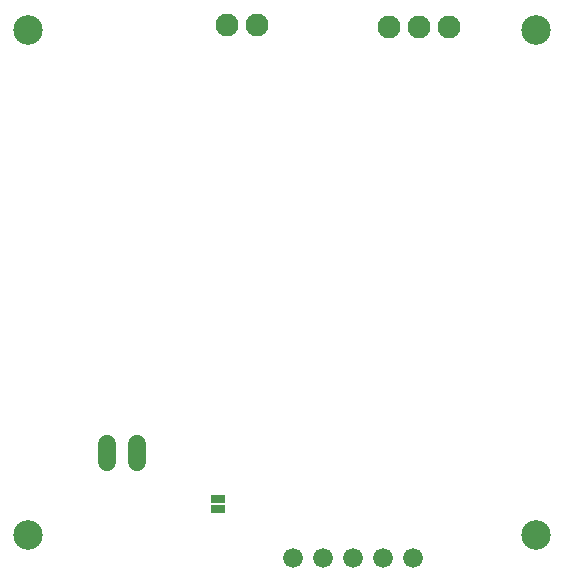
<source format=gbr>
G04 EAGLE Gerber RS-274X export*
G75*
%MOMM*%
%FSLAX34Y34*%
%LPD*%
%INSoldermask Bottom*%
%IPPOS*%
%AMOC8*
5,1,8,0,0,1.08239X$1,22.5*%
G01*
%ADD10C,2.500000*%
%ADD11C,1.950000*%
%ADD12R,1.270000X0.635000*%
%ADD13C,1.676400*%
%ADD14C,1.524000*%


D10*
X40000Y40000D03*
X470000Y40000D03*
X40000Y467968D03*
X469900Y467868D03*
D11*
X370840Y469900D03*
X396240Y469900D03*
X345440Y469900D03*
D12*
X200660Y61976D03*
X200660Y70104D03*
D13*
X264160Y20320D03*
X289560Y20320D03*
X314960Y20320D03*
X340360Y20320D03*
X365760Y20320D03*
D11*
X208280Y471424D03*
X233680Y471424D03*
D14*
X132080Y116840D02*
X132080Y101600D01*
X106680Y101600D02*
X106680Y116840D01*
M02*

</source>
